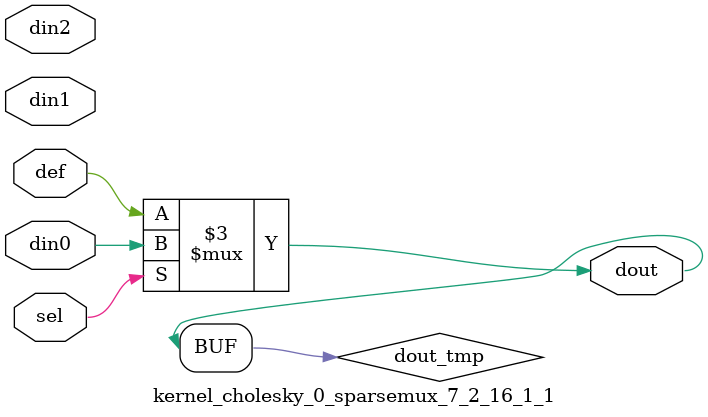
<source format=v>
`timescale 1ns / 1ps

module kernel_cholesky_0_sparsemux_7_2_16_1_1 (din0,din1,din2,def,sel,dout);

parameter din0_WIDTH = 1;

parameter din1_WIDTH = 1;

parameter din2_WIDTH = 1;

parameter def_WIDTH = 1;
parameter sel_WIDTH = 1;
parameter dout_WIDTH = 1;

parameter [sel_WIDTH-1:0] CASE0 = 1;

parameter [sel_WIDTH-1:0] CASE1 = 1;

parameter [sel_WIDTH-1:0] CASE2 = 1;

parameter ID = 1;
parameter NUM_STAGE = 1;



input [din0_WIDTH-1:0] din0;

input [din1_WIDTH-1:0] din1;

input [din2_WIDTH-1:0] din2;

input [def_WIDTH-1:0] def;
input [sel_WIDTH-1:0] sel;

output [dout_WIDTH-1:0] dout;



reg [dout_WIDTH-1:0] dout_tmp;


always @ (*) begin
(* parallel_case *) case (sel)
    
    CASE0 : dout_tmp = din0;
    
    CASE1 : dout_tmp = din1;
    
    CASE2 : dout_tmp = din2;
    
    default : dout_tmp = def;
endcase
end


assign dout = dout_tmp;



endmodule

</source>
